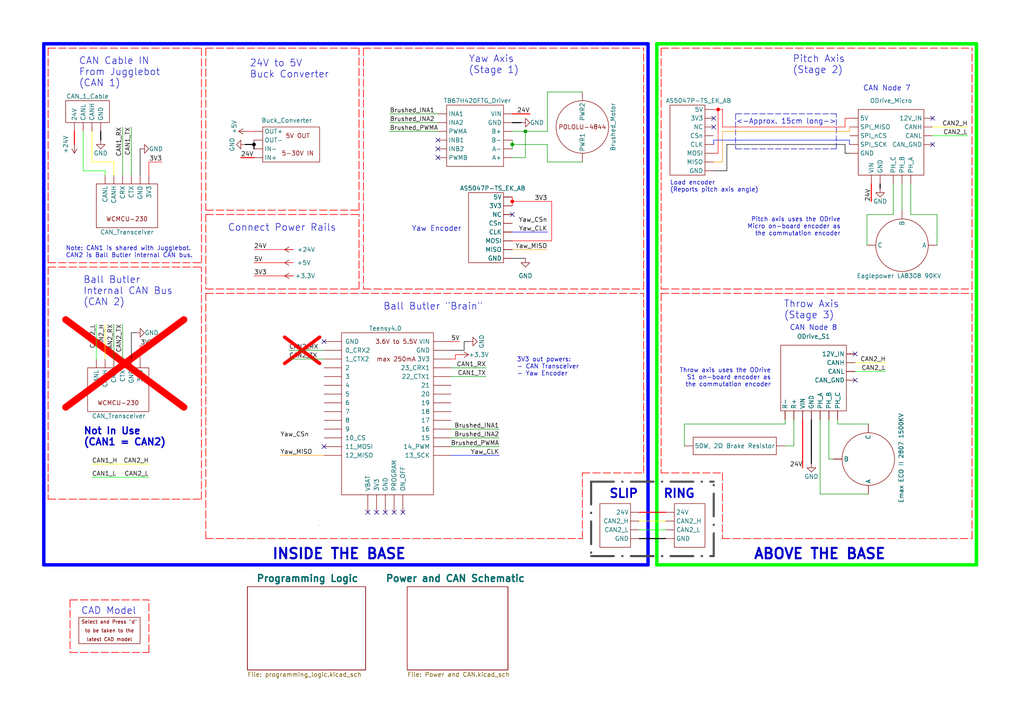
<source format=kicad_sch>
(kicad_sch (version 20211123) (generator eeschema)
  (paper "A4")
  (title_block (title "Ball Butler Schematic") (date "2025-09-19") (rev "3"))
  (lib_symbols
    (symbol "Ball_Butler_Symbol_Library:50W, 2Ω Brake Resistor" (pin_names hide)
      (property "Value" "50W, 2Ω Brake Resistor" (at -0.635 -2.54 0))
      (symbol "50W, 2Ω Brake Resistor_0_0"
        (rectangle (start -12.7 0) (end 11.43 -5.08))
      )
      (symbol "50W, 2Ω Brake Resistor_1_1"
        (pin bidirectional line (at -15.24 -2.54 0) (length 2.54) (name "PIN") (number ""))
        (pin bidirectional line (at 13.97 -2.54 180) (length 2.54) (name "PIN") (number ""))
      )
    )
    (symbol "Ball_Butler_Symbol_Library:AS5047P-TS_EK_AB"
      (property "Value" "AS5047P-TS_EK_AB" (at 0 -11.43 0))
      (symbol "AS5047P-TS_EK_AB_0_0"
        (rectangle (start -10.16 0) (end 10.16 -10.16))
      )
      (symbol "AS5047P-TS_EK_AB_1_1"
        (pin input line (at -6.35 2.54 270) (length 2.54) (name "3V3") (number ""))
        (pin input line (at -8.89 2.54 270) (length 2.54) (name "5V") (number ""))
        (pin input line (at 1.27 2.54 270) (length 2.54) (name "CLK") (number ""))
        (pin input line (at -1.27 2.54 270) (length 2.54) (name "CSn") (number ""))
        (pin input line (at 8.89 2.54 270) (length 2.54) (name "GND") (number ""))
        (pin output line (at 6.35 2.54 270) (length 2.54) (name "MISO") (number ""))
        (pin input line (at 3.81 2.54 270) (length 2.54) (name "MOSI") (number ""))
        (pin input line (at -3.81 2.54 270) (length 2.54) (name "NC") (number ""))
      )
    )
    (symbol "Ball_Butler_Symbol_Library:Brushed_Motor"
      (property "Value" "Brushed_Motor" (at 8.89 0 90))
      (symbol "Brushed_Motor_0_0"
        (text "POLOLU-4844" (at 0 0 0) (effects (font (size 1.27 1.27))))
      )
      (symbol "Brushed_Motor_0_1"
        (circle (center 0 0) (radius 7.62))
      )
      (symbol "Brushed_Motor_1_1"
        (pin input line (at 0 10.16 270) (length 2.54) (name "PWR1") (number ""))
        (pin input line (at 0 -10.16 90) (length 2.54) (name "PWR2") (number ""))
      )
    )
    (symbol "Ball_Butler_Symbol_Library:Buck_Converter"
      (property "Value" "Buck_Converter" (at 0.635 5.08 0))
      (symbol "Buck_Converter_0_0"
        (text "5-30V IN" (at -1.27 1.27 0) (effects (font (size 1.27 1.27))))
        (text "5V OUT" (at -1.27 -3.81 0) (effects (font (size 1.27 1.27))))
      )
      (symbol "Buck_Converter_0_1"
        (rectangle (start -7.62 3.81) (end 8.89 -6.35))
      )
      (symbol "Buck_Converter_1_1"
        (pin input line (at 11.43 2.54 180) (length 2.54) (name "IN+") (number ""))
        (pin input line (at 11.43 0 180) (length 2.54) (name "IN-") (number ""))
        (pin output line (at 11.43 -5.08 180) (length 2.54) (name "OUT+") (number ""))
        (pin output line (at 11.43 -2.54 180) (length 2.54) (name "OUT-") (number ""))
      )
    )
    (symbol "Ball_Butler_Symbol_Library:CAN_1_Cable" (power) (in_bom no) (on_board no)
      (property "Value" "CAN_1_Cable" (at 0 -7.62 0))
      (symbol "CAN_1_Cable_0_0"
        (rectangle (start -6.35 0) (end 6.35 -6.35))
      )
      (symbol "CAN_1_Cable_1_1"
        (pin output line (at -3.81 2.54 270) (length 2.54) (name "24V") (number ""))
        (pin bidirectional line (at 1.27 2.54 270) (length 2.54) (name "CANH") (number ""))
        (pin bidirectional line (at -1.27 2.54 270) (length 2.54) (name "CANL") (number ""))
        (pin output line (at 3.81 2.54 270) (length 2.54) (name "GND") (number ""))
      )
    )
    (symbol "Ball_Butler_Symbol_Library:CAN_Transceiver"
      (property "Value" "CAN_Transceiver" (at 0 13.97 0))
      (symbol "CAN_Transceiver_0_0"
        (text "WCMCU-230" (at 3.81 3.81 900) (effects (font (size 1.27 1.27))))
      )
      (symbol "CAN_Transceiver_0_1"
        (rectangle (start -6.35 12.7) (end 6.35 -5.08))
      )
      (symbol "CAN_Transceiver_1_1"
        (pin input line (at -8.89 10.16 0) (length 2.54) (name "3V3") (number ""))
        (pin bidirectional line (at -8.89 0 0) (length 2.54) (name "CANH") (number ""))
        (pin bidirectional line (at -8.89 -2.54 0) (length 2.54) (name "CANL") (number ""))
        (pin bidirectional line (at -8.89 2.54 0) (length 2.54) (name "CRX") (number ""))
        (pin bidirectional line (at -8.89 5.08 0) (length 2.54) (name "CTX") (number ""))
        (pin input line (at -8.89 7.62 0) (length 2.54) (name "GND") (number ""))
      )
    )
    (symbol "Ball_Butler_Symbol_Library:Eaglepower LA8308 90KV"
      (property "Value" "Eaglepower LA8308 90KV" (at 0 -8.89 0))
      (symbol "Eaglepower LA8308 90KV_0_1"
        (circle (center 0 0) (radius 7.62))
      )
      (symbol "Eaglepower LA8308 90KV_1_1"
        (pin input line (at 10.16 0 180) (length 2.54) (name "A") (number ""))
        (pin input line (at 0 10.16 270) (length 2.54) (name "B") (number ""))
        (pin input line (at -10.16 0 0) (length 2.54) (name "C") (number ""))
      )
    )
    (symbol "Ball_Butler_Symbol_Library:Emax ECO II 2807 1500KV"
      (property "Value" "Emax ECO II 2807 1500KV" (at 0 -8.89 0))
      (symbol "Emax ECO II 2807 1500KV_0_1"
        (circle (center 0 0) (radius 7.62))
      )
      (symbol "Emax ECO II 2807 1500KV_1_1"
        (pin input line (at -10.16 0 0) (length 2.54) (name "A") (number ""))
        (pin input line (at 0 10.16 270) (length 2.54) (name "B") (number ""))
        (pin input line (at 10.16 0 180) (length 2.54) (name "C") (number ""))
      )
    )
    (symbol "Ball_Butler_Symbol_Library:ODrive_Micro"
      (property "Value" "ODrive_Micro" (at 0 3.81 0))
      (symbol "ODrive_Micro_0_0"
        (rectangle (start -8.89 2.54) (end 10.16 -16.51))
      )
      (symbol "ODrive_Micro_1_1"
        (pin input line (at 12.7 0 180) (length 2.54) (name "12V_IN") (number ""))
        (pin output line (at -11.43 0 0) (length 2.54) (name "5V") (number ""))
        (pin bidirectional line (at 12.7 -2.54 180) (length 2.54) (name "CANH") (number ""))
        (pin bidirectional line (at 12.7 -5.08 180) (length 2.54) (name "CANL") (number ""))
        (pin input line (at 12.7 -7.62 180) (length 2.54) (name "CAN_GND") (number ""))
        (pin output line (at -11.43 -10.16 0) (length 2.54) (name "GND") (number ""))
        (pin input line (at -2.54 -19.05 90) (length 2.54) (name "GND") (number ""))
        (pin output line (at 6.35 -19.05 90) (length 2.54) (name "PH_A") (number ""))
        (pin output line (at 3.81 -19.05 90) (length 2.54) (name "PH_B") (number ""))
        (pin output line (at 1.27 -19.05 90) (length 2.54) (name "PH_C") (number ""))
        (pin input line (at -11.43 -2.54 0) (length 2.54) (name "SPI_MISO") (number ""))
        (pin input line (at -11.43 -7.62 0) (length 2.54) (name "SPI_SCK") (number ""))
        (pin input line (at -11.43 -5.08 0) (length 2.54) (name "SPI_nCS") (number ""))
        (pin input line (at -5.08 -19.05 90) (length 2.54) (name "VIN") (number ""))
      )
    )
    (symbol "Ball_Butler_Symbol_Library:ODrive_S1"
      (property "Value" "ODrive_S1" (at 0 3.81 0))
      (symbol "ODrive_S1_0_0"
        (rectangle (start -8.89 2.54) (end 10.16 -16.51))
      )
      (symbol "ODrive_S1_1_1"
        (pin input line (at 12.7 0 180) (length 2.54) (name "12V_IN") (number ""))
        (pin bidirectional line (at 12.7 -2.54 180) (length 2.54) (name "CANH") (number ""))
        (pin bidirectional line (at 12.7 -5.08 180) (length 2.54) (name "CANL") (number ""))
        (pin input line (at 12.7 -7.62 180) (length 2.54) (name "CAN_GND") (number ""))
        (pin input line (at 0 -19.05 90) (length 2.54) (name "GND") (number ""))
        (pin output line (at 2.54 -19.05 90) (length 2.54) (name "PH_A") (number ""))
        (pin output line (at 5.08 -19.05 90) (length 2.54) (name "PH_B") (number ""))
        (pin output line (at 7.62 -19.05 90) (length 2.54) (name "PH_C") (number ""))
        (pin bidirectional line (at -5.08 -19.05 90) (length 2.54) (name "R+") (number ""))
        (pin bidirectional line (at -7.62 -19.05 90) (length 2.54) (name "R-") (number ""))
        (pin input line (at -2.54 -19.05 90) (length 2.54) (name "VIN") (number ""))
      )
    )
    (symbol "Ball_Butler_Symbol_Library:Slip_Ring_Connections" (pin_numbers hide)
      (symbol "Slip_Ring_Connections_0_0"
        (rectangle (start -5.08 -1.27) (end 3.81 -13.97))
      )
      (symbol "Slip_Ring_Connections_1_1"
        (pin input line (at 6.35 -3.81 180) (length 2.54) (name "24V") (number ""))
        (pin input line (at 6.35 -6.35 180) (length 2.54) (name "CAN2_H") (number ""))
        (pin input line (at 6.35 -8.89 180) (length 2.54) (name "CAN2_L") (number ""))
        (pin input line (at 6.35 -11.43 180) (length 2.54) (name "GND") (number ""))
      )
    )
    (symbol "Ball_Butler_Symbol_Library:TB67H420FTG_Driver"
      (property "Value" "TB67H420FTG_Driver" (at 0 7.62 0))
      (symbol "TB67H420FTG_Driver_0_1"
        (rectangle (start -8.89 6.35) (end 7.62 -11.43))
      )
      (symbol "TB67H420FTG_Driver_1_1"
        (pin output line (at 10.16 -8.89 180) (length 2.54) (name "A+") (number ""))
        (pin output line (at 10.16 -6.35 180) (length 2.54) (name "A-") (number ""))
        (pin output line (at 10.16 -1.27 180) (length 2.54) (name "B+") (number ""))
        (pin output line (at 10.16 -3.81 180) (length 2.54) (name "B-") (number ""))
        (pin input line (at 10.16 1.27 180) (length 2.54) (name "GND") (number ""))
        (pin input line (at -11.43 3.81 0) (length 2.54) (name "INA1") (number ""))
        (pin input line (at -11.43 1.27 0) (length 2.54) (name "INA2") (number ""))
        (pin input line (at -11.43 -3.81 0) (length 2.54) (name "INB1") (number ""))
        (pin input line (at -11.43 -6.35 0) (length 2.54) (name "INB2") (number ""))
        (pin input line (at -11.43 -1.27 0) (length 2.54) (name "PWMA") (number ""))
        (pin input line (at -11.43 -8.89 0) (length 2.54) (name "PWMB") (number ""))
        (pin input line (at 10.16 3.81 180) (length 2.54) (name "VIN") (number ""))
      )
    )
    (symbol "Ball_Butler_Symbol_Library:Teensy4.0" (pin_numbers hide) (pin_names (offset 1.016))
      (property "Value" "Teensy4.0" (at -1.27 25.4 0))
      (symbol "Teensy4.0_0_0"
        (text "3.6V to 5.5V" (at 1.905 21.59 0) (effects (font (size 1.27 1.27))))
        (text "max 250mA" (at 1.905 16.51 0) (effects (font (size 1.27 1.27))))
        (pin bidirectional line (at -19.05 -1.27 0) (length 5.08) (name "8") (number "10"))
        (pin bidirectional line (at -19.05 -3.81 0) (length 5.08) (name "9") (number "11"))
        (pin bidirectional line (at -19.05 -6.35 0) (length 5.08) (name "10_CS") (number "12"))
        (pin bidirectional line (at -19.05 -8.89 0) (length 5.08) (name "11_MOSI") (number "13"))
        (pin bidirectional line (at -19.05 -11.43 0) (length 5.08) (name "12_MISO") (number "14"))
        (pin power_in line (at -6.35 -27.94 90) (length 5.08) (name "VBAT") (number "15"))
        (pin power_in line (at -3.81 -27.94 90) (length 5.08) (name "3V3") (number "16"))
        (pin power_in line (at -1.27 -27.94 90) (length 5.08) (name "GND") (number "17"))
        (pin input line (at 1.27 -27.94 90) (length 5.08) (name "PROGRAM") (number "18"))
        (pin input line (at 3.81 -27.94 90) (length 5.08) (name "ON_OFF") (number "19"))
        (pin bidirectional line (at 17.78 -11.43 180) (length 5.08) (name "13_SCK") (number "20"))
        (pin bidirectional line (at 17.78 -8.89 180) (length 5.08) (name "14_PWM") (number "21"))
        (pin bidirectional line (at 17.78 -6.35 180) (length 5.08) (name "15") (number "22"))
        (pin bidirectional line (at 17.78 -3.81 180) (length 5.08) (name "16") (number "23"))
        (pin bidirectional line (at 17.78 -1.27 180) (length 5.08) (name "17") (number "24"))
        (pin bidirectional line (at 17.78 1.27 180) (length 5.08) (name "18") (number "25"))
        (pin bidirectional line (at 17.78 3.81 180) (length 5.08) (name "19") (number "26"))
        (pin bidirectional line (at 17.78 6.35 180) (length 5.08) (name "20") (number "27"))
        (pin bidirectional line (at 17.78 8.89 180) (length 5.08) (name "21") (number "28"))
        (pin bidirectional line (at 17.78 11.43 180) (length 5.08) (name "22_CTX1") (number "29"))
        (pin bidirectional line (at 17.78 13.97 180) (length 5.08) (name "23_CRX1") (number "30"))
        (pin power_out line (at 17.78 16.51 180) (length 5.08) (name "3V3") (number "31"))
        (pin power_in line (at 17.78 19.05 180) (length 5.08) (name "GND") (number "32"))
        (pin power_in line (at 17.78 21.59 180) (length 5.08) (name "VIN") (number "33"))
        (pin bidirectional line (at -19.05 11.43 0) (length 5.08) (name "3") (number "5"))
        (pin bidirectional line (at -19.05 8.89 0) (length 5.08) (name "4") (number "6"))
        (pin bidirectional line (at -19.05 6.35 0) (length 5.08) (name "5") (number "7"))
        (pin bidirectional line (at -19.05 3.81 0) (length 5.08) (name "6") (number "8"))
        (pin bidirectional line (at -19.05 1.27 0) (length 5.08) (name "7") (number "9"))
      )
      (symbol "Teensy4.0_0_1"
        (rectangle (start -20.32 -31.75) (end -20.32 -31.75))
        (rectangle (start -13.97 24.13) (end 12.7 -22.86))
      )
      (symbol "Teensy4.0_1_1"
        (pin power_in line (at -19.05 21.59 0) (length 5.08) (name "GND") (number "1"))
        (pin bidirectional line (at -19.05 19.05 0) (length 5.08) (name "0_CRX2") (number "2"))
        (pin bidirectional line (at -19.05 16.51 0) (length 5.08) (name "1_CTX2") (number "3"))
        (pin bidirectional line (at -19.05 13.97 0) (length 5.08) (name "2") (number "4"))
      )
    )
    (symbol "Ball_Butler_Symbol_Library:zCAD_Model"
      (symbol "zCAD_Model_0_0"
        (text "latest CAD model" (at 1.27 -5.08 0) (effects (font (size 1 1))))
        (text "Select and Press \"d\"" (at 1.27 0 0) (effects (font (size 1 1))))
        (text "to be taken to the" (at 1.27 -2.54 0) (effects (font (size 1 1))))
      )
      (symbol "zCAD_Model_0_1"
        (rectangle (start -7.62 1.27) (end 10.16 -6.35))
      )
    )
    (symbol "power:+24V" (power) (pin_names (offset 0))
      (property "Value" "+24V" (at 0 3.556 0))
      (symbol "+24V_0_1"
        (polyline (pts (xy -0.762 1.27) (xy 0 2.54)))
        (polyline (pts (xy 0 0) (xy 0 2.54)))
        (polyline (pts (xy 0 2.54) (xy 0.762 1.27)))
      )
      (symbol "+24V_1_1"
        (pin power_in line (at 0 0 90) (length 0) hide (name "+24V") (number "1"))
      )
    )
    (symbol "power:+3.3V" (power) (pin_names (offset 0))
      (property "Value" "+3.3V" (at 0 3.556 0))
      (symbol "+3.3V_0_1"
        (polyline (pts (xy -0.762 1.27) (xy 0 2.54)))
        (polyline (pts (xy 0 0) (xy 0 2.54)))
        (polyline (pts (xy 0 2.54) (xy 0.762 1.27)))
      )
      (symbol "+3.3V_1_1"
        (pin power_in line (at 0 0 90) (length 0) hide (name "+3.3V") (number "1"))
      )
    )
    (symbol "power:+5V" (power) (pin_names (offset 0))
      (property "Value" "+5V" (at 0 3.556 0))
      (symbol "+5V_0_1"
        (polyline (pts (xy -0.762 1.27) (xy 0 2.54)))
        (polyline (pts (xy 0 0) (xy 0 2.54)))
        (polyline (pts (xy 0 2.54) (xy 0.762 1.27)))
      )
      (symbol "+5V_1_1"
        (pin power_in line (at 0 0 90) (length 0) hide (name "+5V") (number "1"))
      )
    )
    (symbol "power:GND" (power) (pin_names (offset 0))
      (property "Value" "GND" (at 0 -3.81 0))
      (symbol "GND_0_1"
        (polyline (pts (xy 0 0) (xy 0 -1.27) (xy 1.27 -1.27) (xy 0 -2.54) (xy -1.27 -1.27) (xy 0 -1.27)))
      )
      (symbol "GND_1_1"
        (pin power_in line (at 0 0 270) (length 0) hide (name "GND") (number "1"))
      )
    )
  )
  (junction (at 148.59 58.42) (color 255 0 0 1))
  (junction (at 148.59 41.91))
  (junction (at 152.4 38.1))
  (junction (at 73.66 41.91) (color 0 0 0 1))
  (junction (at 208.28 31.75) (color 255 0 0 1))
  (no_connect (at 114.3 148.59))
  (no_connect (at 109.22 148.59))
  (no_connect (at 116.84 148.59))
  (no_connect (at 207.01 36.83))
  (no_connect (at 248.0313 110.2834))
  (no_connect (at 207.01 34.29))
  (no_connect (at 106.68 148.59))
  (no_connect (at 127 40.64))
  (no_connect (at 270.51 34.29))
  (no_connect (at 93.98 99.06))
  (no_connect (at 127 45.72))
  (no_connect (at 93.98 129.54))
  (no_connect (at 248.0313 102.6634))
  (no_connect (at 111.76 148.59))
  (no_connect (at 127 43.18))
  (no_connect (at 270.51 41.91))
  (no_connect (at 148.59 62.23))
  (wire (pts (xy 134.62 101.6) (xy 134.62 99.06)) (stroke (width 0) (color 0 0 0 1)))
  (wire (pts (xy 134.62 99.06) (xy 135.89 99.06)) (stroke (width 0) (color 0 0 0 1)))
  (wire (pts (xy 140.97 109.22) (xy 130.81 109.22)))
  (wire (pts (xy 207.01 40.64) (xy 246.38 40.64)) (stroke (width 0) (color 0 0 255 1)))
  (wire (pts (xy 245.11 34.29) (xy 246.38 34.29)) (stroke (width 0) (color 255 0 0 1)))
  (wire (pts (xy 230.2513 129.3334) (xy 230.2513 121.7134)))
  (wire (pts (xy 207.01 31.75) (xy 208.28 31.75)) (stroke (width 0) (color 255 0 0 1)))
  (wire (pts (xy 33.02 46.99) (xy 33.02 50.8)) (stroke (width 0) (color 255 255 0 1)))
  (wire (pts (xy 207.01 46.99) (xy 209.55 46.99)) (stroke (width 0) (color 255 153 0 1)))
  (polyline (pts (xy 191.77 13.97) (xy 191.77 83.82)) (stroke (width 0.2) (color 255 0 0 1)))
  (wire (pts (xy 158.75 46.99) (xy 168.91 46.99)))
  (wire (pts (xy 185.42 156.21) (xy 193.04 156.21)) (stroke (width 0.3) (color 0 0 0 1)))
  (wire (pts (xy 270.51 36.83) (xy 280.67 36.83)) (stroke (width 0) (color 255 255 0 1)))
  (polyline (pts (xy 105.41 83.82) (xy 186.69 83.82)) (stroke (width 0.2) (color 255 0 0 1)))
  (wire (pts (xy 130.81 104.14) (xy 132.08 104.14)) (stroke (width 0) (color 255 0 0 1)))
  (wire (pts (xy 148.59 57.15) (xy 148.59 58.42)) (stroke (width 0) (color 255 0 0 1)))
  (wire (pts (xy 246.38 40.64) (xy 246.38 41.91)) (stroke (width 0) (color 0 0 255 1)))
  (wire (pts (xy 148.59 33.02) (xy 153.67 33.02)) (stroke (width 0.3) (color 255 0 0 1)))
  (wire (pts (xy 208.28 31.75) (xy 209.55 31.75)) (stroke (width 0) (color 255 0 0 1)))
  (wire (pts (xy 245.11 36.83) (xy 245.11 34.29)) (stroke (width 0) (color 255 0 0 1)))
  (wire (pts (xy 113.03 33.02) (xy 127 33.02)))
  (polyline (pts (xy 13.97 13.97) (xy 13.97 76.2)) (stroke (width 0.2) (color 255 0 0 1)))
  (wire (pts (xy 83.82 104.14) (xy 93.98 104.14)))
  (polyline (pts (xy 13.97 76.2) (xy 58.42 76.2)) (stroke (width 0.2) (color 255 0 0 1)))
  (polyline (pts (xy 20.32 173.99) (xy 20.32 189.23)) (stroke (width 0.2) (type dash) (color 255 0 0 1)))
  (polyline (pts (xy 12.7 163.83) (xy 187.96 163.83)) (stroke (width 1) (type solid) (color 0 0 255 1)))
  (wire (pts (xy 35.56 93.98) (xy 35.56 104.14)))
  (polyline (pts (xy 19.05 92.71) (xy 53.34 118.11)) (stroke (width 2) (type solid) (color 255 0 0 1)))
  (polyline (pts (xy 59.69 62.23) (xy 59.69 83.82)) (stroke (width 0.2) (color 255 0 0 1)))
  (wire (pts (xy 208.28 31.75) (xy 208.28 44.45)) (stroke (width 0) (color 255 0 0 1)))
  (wire (pts (xy 21.59 38.1) (xy 21.59 41.91)) (stroke (width 0.3) (color 255 0 0 1)))
  (wire (pts (xy 26.67 38.1) (xy 26.67 46.99)) (stroke (width 0) (color 255 255 0 1)))
  (polyline (pts (xy 105.41 13.97) (xy 186.69 13.97)) (stroke (width 0.2) (color 255 0 0 1)))
  (wire (pts (xy 207.01 44.45) (xy 208.28 44.45)) (stroke (width 0) (color 255 0 0 1)))
  (polyline (pts (xy 105.41 13.97) (xy 105.41 83.82)) (stroke (width 0.2) (color 255 0 0 1)))
  (wire (pts (xy 43.18 50.8) (xy 43.18 46.99)) (stroke (width 0) (color 255 0 0 1)))
  (polyline (pts (xy 191.77 137.16) (xy 209.55 137.16)) (stroke (width 0.2) (type dash) (color 255 0 0 1)))
  (wire (pts (xy 24.13 38.1) (xy 24.13 49.53)) (stroke (width 0) (color 0 255 0 1)))
  (wire (pts (xy 210.82 41.91) (xy 245.11 41.91)) (stroke (width 0) (color 0 0 0 1)))
  (wire (pts (xy 130.81 129.54) (xy 144.78 129.54)))
  (wire (pts (xy 185.42 151.13) (xy 193.04 151.13)) (stroke (width 0) (color 255 255 0 1)))
  (wire (pts (xy 73.66 40.64) (xy 73.66 41.91)) (stroke (width 0) (color 0 0 0 1)))
  (wire (pts (xy 33.02 93.98) (xy 33.02 104.14)))
  (polyline (pts (xy 104.14 60.96) (xy 104.14 13.97)) (stroke (width 0.2) (color 255 0 0 1)))
  (wire (pts (xy 245.11 41.91) (xy 245.11 44.45)) (stroke (width 0) (color 0 0 0 1)))
  (polyline (pts (xy 59.69 13.97) (xy 104.14 13.97)) (stroke (width 0.2) (color 255 0 0 1)))
  (wire (pts (xy 81.28 127) (xy 93.98 127)) (stroke (width 0) (color 255 255 255 1)))
  (polyline (pts (xy 59.69 85.09) (xy 186.69 85.09)) (stroke (width 0.2) (type dash) (color 255 0 0 1)))
  (wire (pts (xy 248.0313 105.2034) (xy 256.9213 105.2034)) (stroke (width 0) (color 255 255 0 1)))
  (wire (pts (xy 158.75 26.67) (xy 158.75 38.1)))
  (polyline (pts (xy 168.91 137.16) (xy 186.69 137.16)) (stroke (width 0.2) (type dash) (color 255 0 0 1)))
  (wire (pts (xy 235.3313 121.7134) (xy 235.3313 134.4134)) (stroke (width 0.3) (color 0 0 0 1)))
  (wire (pts (xy 198.5013 122.9834) (xy 227.7113 122.9834)))
  (wire (pts (xy 185.42 153.67) (xy 193.04 153.67)) (stroke (width 0) (color 0 255 0 1)))
  (wire (pts (xy 30.48 93.98) (xy 30.48 104.14)) (stroke (width 0) (color 255 255 0 1)))
  (wire (pts (xy 148.59 45.72) (xy 152.4 45.72)))
  (wire (pts (xy 148.59 72.39) (xy 158.75 72.39)) (stroke (width 0) (color 255 153 0 1)))
  (wire (pts (xy 43.18 46.99) (xy 46.99 46.99)) (stroke (width 0) (color 255 0 0 1)))
  (wire (pts (xy 209.55 31.75) (xy 209.55 36.83)) (stroke (width 0) (color 255 0 0 1)))
  (polyline (pts (xy 213.36 33.02) (xy 213.36 43.18)))
  (polyline (pts (xy 281.94 156.21) (xy 281.94 85.09)) (stroke (width 0.2) (type dash) (color 255 0 0 1)))
  (wire (pts (xy 148.59 58.42) (xy 148.59 59.69)) (stroke (width 0) (color 255 0 0 1)))
  (wire (pts (xy 160.02 58.42) (xy 160.02 69.85)) (stroke (width 0) (color 255 0 0 1)))
  (polyline (pts (xy 43.18 189.23) (xy 43.18 173.99)) (stroke (width 0.2) (type dash) (color 255 0 0 1)))
  (wire (pts (xy 148.59 67.31) (xy 158.75 67.31)) (stroke (width 0) (color 0 0 255 1)))
  (wire (pts (xy 242.9513 121.7134) (xy 242.9513 122.9834)))
  (polyline (pts (xy 82.55 105.41) (xy 92.71 97.79)) (stroke (width 1) (type solid) (color 255 0 0 1)))
  (polyline (pts (xy 242.57 43.18) (xy 213.36 43.18)))
  (polyline (pts (xy 191.77 85.09) (xy 191.77 137.16)) (stroke (width 0.2) (type dash) (color 255 0 0 1)))
  (polyline (pts (xy 13.97 77.47) (xy 58.42 77.47)) (stroke (width 0.2) (color 255 0 0 1)))
  (wire (pts (xy 73.66 41.91) (xy 73.66 43.18)) (stroke (width 0.3) (color 0 0 0 1)))
  (polyline (pts (xy 59.69 156.21) (xy 168.91 156.21)) (stroke (width 0.2) (type dash) (color 255 0 0 1)))
  (wire (pts (xy 148.59 41.91) (xy 148.59 43.18)))
  (wire (pts (xy 209.55 38.1) (xy 246.38 38.1)) (stroke (width 0) (color 255 153 0 1)))
  (polyline (pts (xy 59.69 85.09) (xy 59.69 156.21)) (stroke (width 0.2) (type dash) (color 255 0 0 1)))
  (wire (pts (xy 227.7113 129.3334) (xy 230.2513 129.3334)))
  (wire (pts (xy 148.59 35.56) (xy 151.13 35.56)) (stroke (width 0.3) (color 0 0 0 1)))
  (wire (pts (xy 132.08 102.87) (xy 133.35 102.87)) (stroke (width 0) (color 255 0 0 1)))
  (wire (pts (xy 24.13 49.53) (xy 30.48 49.53)) (stroke (width 0) (color 0 255 0 1)))
  (wire (pts (xy 237.8713 143.3034) (xy 251.8413 143.3034)))
  (wire (pts (xy 40.64 100.33) (xy 44.45 100.33)) (stroke (width 0) (color 255 0 0 1)))
  (polyline (pts (xy 209.55 137.16) (xy 209.55 156.21)) (stroke (width 0.2) (type dash) (color 255 0 0 1)))
  (polyline (pts (xy 82.55 97.79) (xy 92.71 105.41)) (stroke (width 1) (type solid) (color 255 0 0 1)))
  (wire (pts (xy 38.1 96.52) (xy 38.1 104.14)) (stroke (width 0) (color 0 0 0 1)))
  (wire (pts (xy 130.81 101.6) (xy 134.62 101.6)) (stroke (width 0) (color 0 0 0 1)))
  (wire (pts (xy 237.8713 121.7134) (xy 237.8713 143.3034)))
  (wire (pts (xy 38.1 36.83) (xy 38.1 50.8)))
  (wire (pts (xy 242.9513 122.9834) (xy 251.8413 122.9834)))
  (wire (pts (xy 35.56 36.83) (xy 35.56 50.8)))
  (polyline (pts (xy 191.77 85.09) (xy 281.94 85.09)) (stroke (width 0.2) (type dash) (color 255 0 0 1)))
  (polyline (pts (xy 12.7 12.7) (xy 187.96 12.7)) (stroke (width 1) (type solid) (color 0 0 255 1)))
  (wire (pts (xy 73.66 76.2) (xy 85.09 76.2)) (stroke (width 0) (color 255 0 0 1)))
  (polyline (pts (xy 186.69 137.16) (xy 186.69 85.09)) (stroke (width 0.2) (type dash) (color 255 0 0 1)))
  (wire (pts (xy 148.59 41.91) (xy 158.75 41.91)))
  (polyline (pts (xy 281.94 83.82) (xy 281.94 13.97)) (stroke (width 0.2) (color 255 0 0 1)))
  (wire (pts (xy 26.67 46.99) (xy 33.02 46.99)) (stroke (width 0) (color 255 255 0 1)))
  (wire (pts (xy 73.66 80.01) (xy 85.09 80.01)) (stroke (width 0) (color 255 0 0 1)))
  (polyline (pts (xy 59.69 60.96) (xy 104.14 60.96)) (stroke (width 0.2) (color 255 0 0 1)))
  (wire (pts (xy 71.755 38.1) (xy 73.66 38.1)) (stroke (width 0) (color 255 0 0 1)))
  (polyline (pts (xy 20.32 173.99) (xy 43.18 173.99)) (stroke (width 0.2) (type dash) (color 255 0 0 1)))
  (polyline (pts (xy 59.69 83.82) (xy 104.14 83.82)) (stroke (width 0.2) (color 255 0 0 1)))
  (wire (pts (xy 259.08 62.23) (xy 251.46 62.23)))
  (wire (pts (xy 158.75 41.91) (xy 158.75 46.99)))
  (wire (pts (xy 29.21 40.64) (xy 29.21 38.1)) (stroke (width 0.3) (color 0 0 0 1)))
  (wire (pts (xy 158.75 26.67) (xy 168.91 26.67)))
  (polyline (pts (xy 59.69 62.23) (xy 104.14 62.23)) (stroke (width 0.2) (color 255 0 0 1)))
  (wire (pts (xy 207.01 40.64) (xy 207.01 41.91)) (stroke (width 0) (color 0 0 255 1)))
  (polyline (pts (xy 186.69 83.82) (xy 186.69 13.97)) (stroke (width 0.2) (color 255 0 0 1)))
  (polyline (pts (xy 171.45 139.7) (xy 207.01 139.7)) (stroke (width 0.6) (type dash_dot) (color 72 72 72 1)))
  (polyline (pts (xy 190.5 12.7) (xy 283.21 12.7)) (stroke (width 1) (type solid) (color 0 255 0 1)))
  (wire (pts (xy 246.38 38.1) (xy 246.38 36.83)) (stroke (width 0) (color 255 153 0 1)))
  (wire (pts (xy 140.97 106.68) (xy 130.81 106.68)))
  (wire (pts (xy 252.73 53.34) (xy 252.73 58.42)) (stroke (width 0.3) (color 255 0 0 1)))
  (polyline (pts (xy 171.45 161.29) (xy 207.01 161.29)) (stroke (width 0.6) (type dash_dot) (color 72 72 72 1)))
  (wire (pts (xy 232.7913 121.7134) (xy 232.7913 135.6834)) (stroke (width 0.3) (color 255 0 0 1)))
  (wire (pts (xy 261.62 53.34) (xy 261.62 60.96)))
  (polyline (pts (xy 207.01 161.29) (xy 207.01 139.7)) (stroke (width 0.6) (type dash_dot) (color 72 72 72 1)))
  (polyline (pts (xy 283.21 12.7) (xy 283.21 163.83)) (stroke (width 1) (type solid) (color 0 255 0 1)))
  (wire (pts (xy 271.78 62.23) (xy 271.78 71.12)))
  (wire (pts (xy 148.59 40.64) (xy 148.59 41.91)))
  (polyline (pts (xy 19.05 118.11) (xy 53.34 92.71)) (stroke (width 2) (type solid) (color 255 0 0 1)))
  (wire (pts (xy 73.66 45.72) (xy 69.85 45.72)) (stroke (width 0.3) (color 255 0 0 1)))
  (wire (pts (xy 113.03 38.1) (xy 127 38.1)))
  (wire (pts (xy 209.55 46.99) (xy 209.55 38.1)) (stroke (width 0) (color 255 153 0 1)))
  (wire (pts (xy 207.01 39.37) (xy 246.38 39.37)) (stroke (width 0) (color 255 255 255 1)))
  (wire (pts (xy 148.59 64.77) (xy 158.75 64.77)) (stroke (width 0) (color 255 255 255 1)))
  (wire (pts (xy 148.59 38.1) (xy 152.4 38.1)))
  (wire (pts (xy 27.94 93.98) (xy 27.94 104.14)) (stroke (width 0) (color 0 255 0 1)))
  (polyline (pts (xy 13.97 144.78) (xy 58.42 144.78)) (stroke (width 0.2) (color 255 0 0 1)))
  (wire (pts (xy 160.02 69.85) (xy 148.59 69.85)) (stroke (width 0) (color 255 0 0 1)))
  (wire (pts (xy 255.27 53.34) (xy 255.27 54.61)) (stroke (width 0.3) (color 0 0 0 1)))
  (polyline (pts (xy 58.42 144.78) (xy 58.42 77.47)) (stroke (width 0.2) (color 255 0 0 1)))
  (wire (pts (xy 30.48 49.53) (xy 30.48 50.8)) (stroke (width 0) (color 0 255 0 1)))
  (polyline (pts (xy 187.96 163.83) (xy 187.96 12.7)) (stroke (width 1) (type solid) (color 0 0 255 1)))
  (polyline (pts (xy 171.45 139.7) (xy 171.45 161.29)) (stroke (width 0.6) (type dash_dot) (color 72 72 72 1)))
  (wire (pts (xy 40.64 104.14) (xy 40.64 100.33)) (stroke (width 0) (color 255 0 0 1)))
  (polyline (pts (xy 242.57 43.18) (xy 242.57 33.02)))
  (wire (pts (xy 130.81 127) (xy 144.78 127)))
  (wire (pts (xy 81.28 132.08) (xy 93.98 132.08)) (stroke (width 0) (color 255 153 0 1)))
  (wire (pts (xy 148.59 58.42) (xy 160.02 58.42)) (stroke (width 0) (color 255 0 0 1)))
  (wire (pts (xy 198.5013 129.3334) (xy 198.5013 122.9834)))
  (wire (pts (xy 207.01 49.53) (xy 210.82 49.53)) (stroke (width 0) (color 0 0 0 1)))
  (wire (pts (xy 185.42 148.59) (xy 193.04 148.59)) (stroke (width 0.3) (color 255 0 0 1)))
  (wire (pts (xy 264.16 53.34) (xy 264.16 62.23)))
  (wire (pts (xy 73.66 41.91) (xy 71.12 41.91)) (stroke (width 0.3) (color 0 0 0 1)))
  (wire (pts (xy 39.37 96.52) (xy 38.1 96.52)) (stroke (width 0) (color 0 0 0 1)))
  (wire (pts (xy 240.4113 133.1434) (xy 241.6813 133.1434)))
  (polyline (pts (xy 283.21 163.83) (xy 190.5 163.83)) (stroke (width 1) (type solid) (color 0 255 0 1)))
  (polyline (pts (xy 12.7 12.7) (xy 12.7 163.83)) (stroke (width 1) (type solid) (color 0 0 255 1)))
  (wire (pts (xy 152.4 38.1) (xy 158.75 38.1)))
  (wire (pts (xy 26.67 138.43) (xy 43.18 138.43)) (stroke (width 0) (color 0 255 0 1)))
  (polyline (pts (xy 242.57 33.02) (xy 213.36 33.02)))
  (wire (pts (xy 264.16 62.23) (xy 271.78 62.23)))
  (wire (pts (xy 40.64 43.18) (xy 40.64 50.8)) (stroke (width 0) (color 0 0 0 1)))
  (polyline (pts (xy 13.97 13.97) (xy 58.42 13.97)) (stroke (width 0.2) (color 255 0 0 1)))
  (wire (pts (xy 259.08 53.34) (xy 259.08 62.23)))
  (polyline (pts (xy 20.32 189.23) (xy 43.18 189.23)) (stroke (width 0.2) (type dash) (color 255 0 0 1)))
  (wire (pts (xy 130.81 132.08) (xy 144.78 132.08)) (stroke (width 0) (color 0 0 255 1)))
  (wire (pts (xy 73.66 72.39) (xy 85.09 72.39)) (stroke (width 0) (color 255 0 0 1)))
  (wire (pts (xy 130.81 124.46) (xy 144.78 124.46)))
  (polyline (pts (xy 191.77 13.97) (xy 281.94 13.97)) (stroke (width 0.2) (color 255 0 0 1)))
  (polyline (pts (xy 104.14 83.82) (xy 104.14 62.23)) (stroke (width 0.2) (color 255 0 0 1)))
  (polyline (pts (xy 58.42 76.2) (xy 58.42 13.97)) (stroke (width 0.2) (color 255 0 0 1)))
  (wire (pts (xy 227.7113 122.9834) (xy 227.7113 121.7134)))
  (wire (pts (xy 113.03 35.56) (xy 127 35.56)))
  (wire (pts (xy 26.67 134.62) (xy 43.18 134.62)) (stroke (width 0) (color 255 255 0 1)))
  (wire (pts (xy 251.46 62.23) (xy 251.46 71.12)))
  (wire (pts (xy 210.82 49.53) (xy 210.82 41.91)) (stroke (width 0) (color 0 0 0 1)))
  (polyline (pts (xy 13.97 77.47) (xy 13.97 144.78)) (stroke (width 0.2) (color 255 0 0 1)))
  (wire (pts (xy 270.51 39.37) (xy 280.67 39.37)) (stroke (width 0) (color 0 255 0 1)))
  (polyline (pts (xy 59.69 13.97) (xy 59.69 60.96)) (stroke (width 0.2) (color 255 0 0 1)))
  (wire (pts (xy 132.08 104.14) (xy 132.08 102.87)) (stroke (width 0) (color 255 0 0 1)))
  (wire (pts (xy 240.4113 121.7134) (xy 240.4113 133.1434)))
  (wire (pts (xy 245.11 44.45) (xy 246.38 44.45)) (stroke (width 0) (color 0 0 0 1)))
  (wire (pts (xy 133.35 99.06) (xy 130.81 99.06)) (stroke (width 0) (color 255 0 0 1)))
  (wire (pts (xy 209.55 36.83) (xy 245.11 36.83)) (stroke (width 0) (color 255 0 0 1)))
  (polyline (pts (xy 168.91 156.21) (xy 168.91 137.16)) (stroke (width 0.2) (type dash) (color 255 0 0 1)))
  (polyline (pts (xy 209.55 156.21) (xy 281.94 156.21)) (stroke (width 0.2) (type dash) (color 255 0 0 1)))
  (polyline (pts (xy 191.77 83.82) (xy 281.94 83.82)) (stroke (width 0.2) (color 255 0 0 1)))
  (polyline (pts (xy 190.5 12.7) (xy 190.5 163.83)) (stroke (width 1) (type solid) (color 0 255 0 1)))
  (wire (pts (xy 148.59 74.93) (xy 152.4 74.93)) (stroke (width 0) (color 0 0 0 1)))
  (wire (pts (xy 152.4 38.1) (xy 152.4 45.72)))
  (wire (pts (xy 248.0313 107.7434) (xy 256.9213 107.7434)) (stroke (width 0) (color 0 255 0 1)))
  (wire (pts (xy 83.82 101.6) (xy 93.98 101.6)))
  (text "CAD Model" (at 23.495 178.435 0) (effects (font (size 2 2)) (justify left bottom)))
  (text "Pitch axis uses the ODrive\nMicro on-board encoder as\nthe commutation encoder" (at 243.84 68.58 180) (effects (font (size 1.27 1.27)) (justify right bottom)))
  (text "Note: CAN1 is shared with Jugglebot.\nCAN2 is Ball Butler internal CAN bus.\n" (at 19.05 74.93 0) (effects (font (size 1.27 1.27)) (justify left bottom)))
  (text "Pitch Axis\n(Stage 2)" (at 229.87 21.59 0) (effects (font (size 2 2)) (justify left bottom)))
  (text "Throw axis uses the ODrive\nS1 on-board encoder as\nthe commutation encoder" (at 223.6393 112.3683 180) (effects (font (size 1.27 1.27)) (justify right bottom)))
  (text "CAN Node 8" (at 229.0257 96.0349 0) (effects (font (size 1.5 1.5)) (justify left bottom)))
  (text "Throw Axis\n(Stage 3)" (at 227.33 92.71 0) (effects (font (size 2 2)) (justify left bottom)))
  (text "Not In Use\n(CAN1 = CAN2)" (at 24.13 129.54 0) (effects (font (size 2 2) (thickness 0.4) bold) (justify left bottom)))
  (text "INSIDE THE BASE" (at 78.74 162.56 0) (effects (font (size 3 3) (thickness 0.6) bold) (justify left bottom)))
  (text "Ball Butler\nInternal CAN Bus\n(CAN 2)" (at 24.13 88.9 0) (effects (font (size 2 2)) (justify left bottom)))
  (text "24V to 5V\nBuck Converter" (at 72.39 22.86 0) (effects (font (size 2 2)) (justify left bottom)))
  (text "CAN Node 7" (at 250.3033 26.5835 0) (effects (font (size 1.5 1.5)) (justify left bottom)))
  (text "Ball Butler \"Brain\"" (at 111.125 90.17 0) (effects (font (size 2 2)) (justify left bottom)))
  (text "Load encoder\n(Reports pitch axis angle)" (at 194.31 55.88 0) (effects (font (size 1.27 1.27)) (justify left bottom)))
  (text "Connect Power Rails" (at 66.04 67.31 0) (effects (font (size 2 2)) (justify left bottom)))
  (text "CAN Cable IN\nFrom Jugglebot\n(CAN 1)\n" (at 22.86 25.4 0) (effects (font (size 2 2)) (justify left bottom)))
  (text "Yaw Encoder\n" (at 119.38 67.31 0) (effects (font (size 1.5 1.5)) (justify left bottom)))
  (text "SLIP    RING" (at 176.53 144.78 0) (effects (font (size 2.5 2.5) bold) (justify left bottom)))
  (text "<-Approx. 15cm long->" (at 242.57 36.195 180) (effects (font (size 1.5 1.5)) (justify right bottom)))
  (text "Yaw Axis\n(Stage 1)" (at 135.89 21.59 0) (effects (font (size 2 2)) (justify left bottom)))
  (text "3V3 out powers:\n- CAN Transceiver\n- Yaw Encoder" (at 149.86 109.22 0) (effects (font (size 1.27 1.27)) (justify left bottom)))
  (text "ABOVE THE BASE" (at 218.44 162.56 0) (effects (font (size 3 3) (thickness 0.6) bold) (justify left bottom)))
  (label "CAN1_TX" (at 38.1 36.83 270))
  (label "24V" (at 69.85 45.72 0))
  (label "5V" (at 73.66 76.2 0))
  (label "Brushed_INA2" (at 144.78 127 180))
  (label "CAN2_H" (at 30.48 93.98 270))
  (label "Yaw_CLK" (at 144.78 132.08 180))
  (label "CAN2_H" (at 43.18 134.62 180))
  (label "3V3" (at 44.45 100.33 180))
  (label "5V" (at 133.35 99.06 180))
  (label "CAN2_L" (at 280.67 39.37 180))
  (label "CAN2_L" (at 43.18 138.43 180))
  (label "CAN2_H" (at 256.9213 105.2034 180))
  (label "CAN1_TX" (at 140.97 109.22 180))
  (label "Brushed_INA2" (at 113.03 35.56 0))
  (label "Yaw_MISO" (at 81.28 132.08 0))
  (label "CAN2_RX" (at 33.02 93.98 270))
  (label "CAN2_L" (at 256.9213 107.7434 180))
  (label "CAN1_L" (at 26.67 138.43 0))
  (label "Yaw_CSn" (at 81.28 127 0))
  (label "CAN2_RX" (at 83.82 101.6 0))
  (label "3V3" (at 46.99 46.99 180))
  (label "CAN2_TX" (at 35.56 93.98 270))
  (label "Brushed_PWMA" (at 144.78 129.54 180))
  (label "24V" (at 153.67 33.02 180))
  (label "CAN2_TX" (at 83.82 104.14 0))
  (label "Yaw_MISO" (at 158.75 72.39 180))
  (label "CAN1_RX" (at 35.56 36.83 270))
  (label "CAN1_H" (at 26.67 134.62 0))
  (label "3V3" (at 73.66 80.01 0))
  (label "Brushed_PWMA" (at 113.03 38.1 0))
  (label "3V3" (at 158.75 58.42 180))
  (label "Yaw_CLK" (at 158.75 67.31 180))
  (label "CAN2_H" (at 280.67 36.83 180))
  (label "Brushed_INA1" (at 144.78 124.46 180))
  (label "Yaw_CSn" (at 158.75 64.77 180))
  (label "24V" (at 73.66 72.39 0))
  (label "24V" (at 252.73 58.42 90))
  (label "24V" (at 232.7913 135.6834 180))
  (label "CAN2_L" (at 27.94 93.98 270))
  (label "CAN1_RX" (at 140.97 106.68 180))
  (label "Brushed_INA1" (at 113.03 33.02 0))
  (symbol (lib_id "power:GND") (at 29.21 40.64 0) (unit 1)
    (property "Reference" "#PWR?" (effects hide))
    (property "Value" "GND" (at 29.21 44.45 0))
  )
  (symbol (lib_id "Ball_Butler_Symbol_Library:Slip_Ring_Connections") (at 179.07 144.78 0) (unit 1)
    (property "Reference" "U?" (effects hide))
    (property "Value" "Slip_Ring_Connections" (effects hide))
    (property "Datasheet" "https://www.aliexpress.com/item/4000490340195.html?spm=a2g0o.order_list.order_list_main.10.259718025AD4ni#nav-specification" (effects hide))
  )
  (symbol (lib_id "Ball_Butler_Symbol_Library:ODrive_S1") (at 235.3313 102.6634 0) (unit 1)
    (property "Reference" "U?" (effects hide))
    (property "Value" "ODrive_S1" (at 235.9663 97.5834 0))
  )
  (symbol (lib_id "Ball_Butler_Symbol_Library:Eaglepower LA8308 90KV") (at 261.62 71.12 0) (unit 1)
    (property "Reference" "M?" (effects hide))
    (property "Value" "Eaglepower LA8308 90KV" (at 273.05 80.01 0) (effects (justify right)))
    (property "Datasheet" "https://www.aliexpress.com/item/1005008048128813.html?spm=a2g0o.order_list.order_list_main.5.259718025AD4ni" (effects hide))
  )
  (symbol (lib_id "power:GND") (at 151.13 35.56 90) (unit 1)
    (property "Reference" "#PWR?" (effects hide))
    (property "Value" "GND" (at 153.67 35.56 90) (effects (justify right)))
  )
  (symbol (lib_id "Ball_Butler_Symbol_Library:Teensy4.0") (at 113.03 120.65 0) (unit 1)
    (property "Reference" "U?" (effects hide))
    (property "Value" "Teensy4.0" (at 111.76 95.25 0))
    (property "Datasheet" "https://www.pjrc.com/store/teensy40.html" (effects hide))
  )
  (symbol (lib_id "power:GND") (at 40.64 43.18 90) (unit 1)
    (property "Reference" "#PWR?" (effects hide))
    (property "Value" "GND" (at 43.18 43.18 90) (effects (justify right)))
  )
  (symbol (lib_id "Ball_Butler_Symbol_Library:TB67H420FTG_Driver") (at 138.43 36.83 0) (unit 1)
    (property "Reference" "U?" (effects hide))
    (property "Value" "TB67H420FTG_Driver" (at 138.43 29.21 0))
    (property "Datasheet" "https://www.pololu.com/product/2999/specs" (effects hide))
  )
  (symbol (lib_id "Ball_Butler_Symbol_Library:Slip_Ring_Connections") (at 199.39 144.78 0) (mirror y) (unit 1)
    (property "Reference" "U?" (effects hide))
    (property "Value" "Slip_Ring_Connections" (effects hide))
    (property "Datasheet" "https://www.aliexpress.com/item/4000490340195.html?spm=a2g0o.order_list.order_list_main.10.259718025AD4ni#nav-specification" (effects hide))
  )
  (symbol (lib_id "Ball_Butler_Symbol_Library:Brushed_Motor") (at 168.91 36.83 180) (unit 1)
    (property "Reference" "M?" (effects hide))
    (property "Value" "Brushed_Motor" (at 177.8 36.83 90))
    (property "Datasheet" "https://www.pololu.com/product/4844" (effects hide))
  )
  (symbol (lib_id "power:GND") (at 255.27 54.61 0) (unit 1)
    (property "Reference" "#PWR?" (effects hide))
    (property "Value" "GND" (at 255.27 58.42 0))
  )
  (symbol (lib_id "Ball_Butler_Symbol_Library:CAN_1_Cable") (at 25.4 35.56 0) (mirror x) (unit 1) (in_bom no) (on_board no)
    (property "Reference" "U?" (effects hide))
    (property "Value" "CAN_1_Cable" (at 25.4 27.94 0))
    (property "Datasheet" "https://lappaustralia.com.au/en/canbus-cable-dragchain-2x2x05" (effects hide))
  )
  (symbol (lib_id "power:+3.3V") (at 133.35 102.87 270) (unit 1)
    (property "Reference" "#PWR?" (effects hide))
    (property "Value" "+3.3V" (at 135.89 102.87 90) (effects (justify left)))
  )
  (symbol (lib_id "Ball_Butler_Symbol_Library:CAN_Transceiver") (at 33.02 59.69 270) (unit 1)
    (property "Reference" "U?" (effects hide))
    (property "Value" "CAN_Transceiver" (at 36.83 67.31 90))
    (property "Datasheet" "https://www.amazon.com.au/MCU-230-transceiver-SN65HVD230-Communication-Module/dp/B0CPL2CBJC" (effects hide))
  )
  (symbol (lib_id "power:GND") (at 71.12 41.91 270) (unit 1)
    (property "Reference" "#PWR?" (effects hide))
    (property "Value" "GND" (at 67.31 41.91 0))
  )
  (symbol (lib_id "power:+24V") (at 85.09 72.39 90) (unit 1)
    (property "Reference" "#PWR?" (effects hide))
    (property "Value" "+24V" (at 91.44 72.39 90) (effects (justify left)))
  )
  (symbol (lib_id "power:+3.3V") (at 85.09 80.01 90) (unit 1)
    (property "Reference" "#PWR?" (effects hide))
    (property "Value" "+3.3V" (at 91.44 80.01 90) (effects (justify left)))
  )
  (symbol (lib_id "power:GND") (at 152.4 74.93 0) (unit 1)
    (property "Reference" "#PWR?" (effects hide))
    (property "Value" "GND" (at 152.4 80.01 0))
  )
  (symbol (lib_id "power:+24V") (at 21.59 41.91 180) (unit 1)
    (property "Reference" "#PWR?" (effects hide))
    (property "Value" "+24V" (at 19.05 41.91 90))
  )
  (symbol (lib_id "Ball_Butler_Symbol_Library:Emax ECO II 2807 1500KV") (at 251.8413 133.1434 90) (unit 1)
    (property "Reference" "M?" (effects hide))
    (property "Value" "Emax ECO II 2807 1500KV" (at 261.3663 119.8084 0) (effects (justify right)))
    (property "Datasheet" "https://emaxmodel.com/products/emax-eco-ii-series-2807-1300kv-1700kv-1500kv-brushless-motor-for-rc-drone-fpv-racing" (effects hide))
  )
  (symbol (lib_id "Ball_Butler_Symbol_Library:Buck_Converter") (at 85.09 43.18 180) (unit 1)
    (property "Reference" "U?" (effects hide))
    (property "Value" "Buck_Converter" (at 83.185 34.925 0))
    (property "Datasheet" "https://www.aliexpress.com/item/1005006240068437.html?spm=a2g0o.order_list.order_list_main.5.6d351802k49neD" (effects hide))
  )
  (symbol (lib_id "power:GND") (at 39.37 96.52 90) (unit 1)
    (property "Reference" "#PWR?" (effects hide))
    (property "Value" "GND" (at 41.91 96.52 90) (effects (justify right)))
  )
  (symbol (lib_id "Ball_Butler_Symbol_Library:zCAD_Model") (at 30.48 180.34 0) (unit 1)
    (property "Reference" "U?" (effects hide))
    (property "Value" "zCAD_Model" (effects hide))
    (property "Datasheet" "https://cad.onshape.com/documents/b9a77ae444a199ae8fa4f0ef/w/58a21fff0c13c6549ee3697c/e/f925c0a5f842dda698974b97" (effects hide))
  )
  (symbol (lib_id "power:GND") (at 235.3313 134.4134 0) (unit 1)
    (property "Reference" "#PWR?" (effects hide))
    (property "Value" "GND" (at 235.3313 138.2234 0))
  )
  (symbol (lib_id "Ball_Butler_Symbol_Library:AS5047P-TS_EK_AB") (at 146.05 66.04 270) (unit 1)
    (property "Reference" "U?" (effects hide))
    (property "Value" "AS5047P-TS_EK_AB" (at 133.35 54.61 90) (effects (justify left)))
    (property "Datasheet" "https://www.farnell.com/datasheets/3723575.pdf?_gl=1*35kv2j*_gcl_aw*R0NMLjE3NTMyMjU2NTIuQ2p3S0NBanc3ZnpEQmhBN0Vpd0FPcUpraF9mU1hxVmVUNVNISmRQbFNvcUV0UU8wenlpVjF0OE5BNDJ1OTNxMjNlY3l4c0wtM3FwQUhCb0NHUWdRQXZEX0J3RQ..*_gcl_au*ODkwNTI3NDk4LjE3NTMyMjU2NTE." (effects hide))
  )
  (symbol (lib_id "Ball_Butler_Symbol_Library:AS5047P-TS_EK_AB") (at 204.47 40.64 270) (unit 1)
    (property "Reference" "U?" (effects hide))
    (property "Value" "AS5047P-TS_EK_AB" (at 193.04 29.21 90) (effects (justify left)))
    (property "Datasheet" "https://www.farnell.com/datasheets/3723575.pdf?_gl=1*35kv2j*_gcl_aw*R0NMLjE3NTMyMjU2NTIuQ2p3S0NBanc3ZnpEQmhBN0Vpd0FPcUpraF9mU1hxVmVUNVNISmRQbFNvcUV0UU8wenlpVjF0OE5BNDJ1OTNxMjNlY3l4c0wtM3FwQUhCb0NHUWdRQXZEX0J3RQ..*_gcl_au*ODkwNTI3NDk4LjE3NTMyMjU2NTE." (effects hide))
  )
  (symbol (lib_id "power:+5V") (at 71.755 38.1 90) (unit 1)
    (property "Reference" "#PWR?" (effects hide))
    (property "Value" "+5V" (at 67.945 36.83 0))
  )
  (symbol (lib_id "Ball_Butler_Symbol_Library:50W, 2Ω Brake Resistor") (at 213.7413 126.7934 0) (unit 1)
    (property "Reference" "U?" (effects hide))
    (property "Value" "50W, 2Ω Brake Resistor" (at 213.1063 129.3334 0))
    (property "Datasheet" "https://shop.odriverobotics.com/products/set-of-8-brake-resistors" (effects hide))
  )
  (symbol (lib_id "power:GND") (at 135.89 99.06 90) (unit 1)
    (property "Reference" "#PWR?" (effects hide))
    (property "Value" "GND" (at 139.7 99.06 0))
  )
  (symbol (lib_id "power:+5V") (at 85.09 76.2 90) (unit 1)
    (property "Reference" "#PWR?" (effects hide))
    (property "Value" "+5V" (at 90.17 76.2 90) (effects (justify left)))
  )
  (symbol (lib_id "Ball_Butler_Symbol_Library:CAN_Transceiver") (at 30.48 113.03 270) (unit 1)
    (property "Reference" "U?" (effects hide))
    (property "Value" "CAN_Transceiver" (at 26.67 120.65 90) (effects (justify left)))
    (property "Datasheet" "https://www.amazon.com.au/MCU-230-transceiver-SN65HVD230-Communication-Module/dp/B0CPL2CBJC" (effects hide))
  )
  (symbol (lib_id "Ball_Butler_Symbol_Library:ODrive_Micro") (at 257.81 34.29 0) (unit 1)
    (property "Reference" "U?" (effects hide))
    (property "Value" "ODrive_Micro" (at 258.445 29.21 0))
    (property "Datasheet" "https://docs.odriverobotics.com/v/latest/hardware/micro-datasheet.html" (effects hide))
  )
  (sheet (at 118.11 170.18) (size 29.21 24.13) (stroke (width 0.1524))
    (property "Sheet name" "Power and CAN Schematic" (at 111.76 168.91 0) (effects (font (size 2 2) bold) (justify left bottom)))
    (property "Sheet file" "Power and CAN.kicad_sch" (at 118.11 194.8946 0) (effects (justify left top)))
  )
  (sheet (at 71.755 170.18) (size 34.29 24.13) (stroke (width 0.1524))
    (property "Sheet name" "Programming Logic" (at 74.295 168.91 0) (effects (font (size 2 2) bold) (justify left bottom)))
    (property "Sheet file" "programming_logic.kicad_sch" (at 71.755 194.8946 0) (effects (justify left top)))
  )
)
</source>
